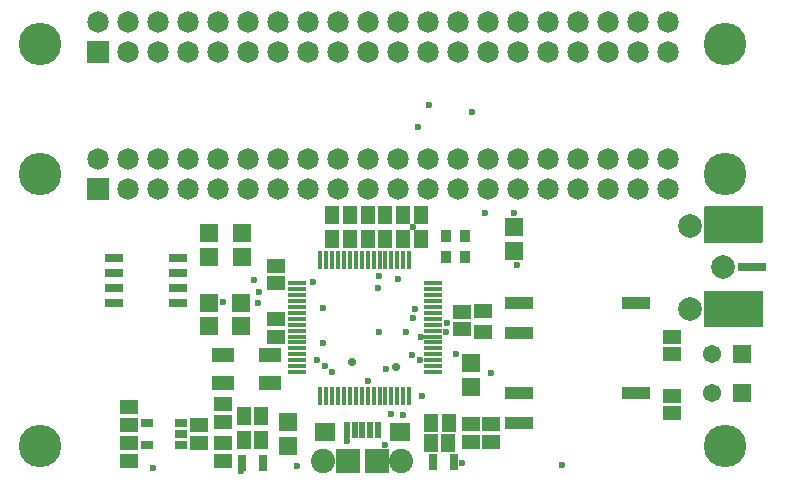
<source format=gts>
G04*
G04 #@! TF.GenerationSoftware,Altium Limited,Altium Designer,19.1.7 (138)*
G04*
G04 Layer_Color=8388736*
%FSLAX44Y44*%
%MOMM*%
G71*
G01*
G75*
%ADD34R,1.6000X0.4000*%
%ADD35R,0.4000X1.6000*%
%ADD36R,1.0000X0.7000*%
%ADD37R,1.6250X0.7500*%
%ADD38R,1.5000X1.2500*%
%ADD39R,2.3900X1.1000*%
%ADD40R,1.2000X1.5000*%
%ADD41R,0.7000X1.3500*%
%ADD42R,5.0000X3.1000*%
%ADD43R,2.4500X0.8000*%
%ADD44R,1.9000X1.3000*%
%ADD45R,1.6000X1.5000*%
%ADD46R,2.0000X2.0000*%
%ADD47R,1.7000X1.5000*%
%ADD48R,0.5000X1.4500*%
%ADD49R,0.9000X1.1000*%
%ADD50R,1.5000X1.2000*%
%ADD51C,0.6000*%
%ADD52C,1.8250*%
%ADD53R,1.8250X1.8250*%
%ADD54R,1.5460X1.5460*%
%ADD55C,1.5460*%
%ADD56C,2.0500*%
%ADD57C,2.0000*%
%ADD58C,3.6000*%
%ADD59C,0.7000*%
D34*
X252500Y97500D02*
D03*
Y102500D02*
D03*
Y107500D02*
D03*
Y112500D02*
D03*
Y117500D02*
D03*
Y122500D02*
D03*
Y127500D02*
D03*
Y132500D02*
D03*
Y137500D02*
D03*
Y142500D02*
D03*
Y147500D02*
D03*
Y152500D02*
D03*
Y157500D02*
D03*
Y162500D02*
D03*
Y167500D02*
D03*
Y172500D02*
D03*
X367500D02*
D03*
Y167500D02*
D03*
Y162500D02*
D03*
Y157500D02*
D03*
Y152500D02*
D03*
Y147500D02*
D03*
Y142500D02*
D03*
Y137500D02*
D03*
Y132500D02*
D03*
Y127500D02*
D03*
Y122500D02*
D03*
Y117500D02*
D03*
Y112500D02*
D03*
Y107500D02*
D03*
Y102500D02*
D03*
Y97500D02*
D03*
D35*
X272500Y192500D02*
D03*
X277500D02*
D03*
X282500D02*
D03*
X287500D02*
D03*
X292500D02*
D03*
X297500D02*
D03*
X302500D02*
D03*
X307500D02*
D03*
X312500D02*
D03*
X317500D02*
D03*
X322500D02*
D03*
X327500D02*
D03*
X332500D02*
D03*
X337500D02*
D03*
X342500D02*
D03*
X347500D02*
D03*
Y77500D02*
D03*
X342500D02*
D03*
X337500D02*
D03*
X332500D02*
D03*
X327500D02*
D03*
X322500D02*
D03*
X317500D02*
D03*
X312500D02*
D03*
X307500D02*
D03*
X302500D02*
D03*
X297500D02*
D03*
X292500D02*
D03*
X287500D02*
D03*
X282500D02*
D03*
X277500D02*
D03*
X272500D02*
D03*
D36*
X154000Y35500D02*
D03*
Y45000D02*
D03*
Y54500D02*
D03*
X126000D02*
D03*
Y35500D02*
D03*
D37*
X97880Y155950D02*
D03*
Y168650D02*
D03*
Y181350D02*
D03*
Y194050D02*
D03*
X152120D02*
D03*
Y181350D02*
D03*
Y168650D02*
D03*
Y155950D02*
D03*
D38*
X410000Y149250D02*
D03*
Y131250D02*
D03*
D39*
X440862Y155800D02*
D03*
Y130400D02*
D03*
Y79600D02*
D03*
Y54200D02*
D03*
X539962Y79600D02*
D03*
Y155800D02*
D03*
D40*
X357500Y230000D02*
D03*
X342500D02*
D03*
X380750Y37750D02*
D03*
X365750D02*
D03*
X207500Y40000D02*
D03*
X222500D02*
D03*
X381000Y54000D02*
D03*
X366000D02*
D03*
X207500Y60000D02*
D03*
X222500D02*
D03*
X282500Y230000D02*
D03*
X297500D02*
D03*
X282500Y210000D02*
D03*
X297500D02*
D03*
X327500Y230000D02*
D03*
X312500D02*
D03*
X357500Y210000D02*
D03*
X342500D02*
D03*
X312500Y210000D02*
D03*
X327500D02*
D03*
D41*
X206000Y20000D02*
D03*
X224000D02*
D03*
X385500Y21250D02*
D03*
X367500D02*
D03*
D42*
X621999Y150749D02*
D03*
Y222249D02*
D03*
X622250Y222500D02*
D03*
Y151000D02*
D03*
D43*
X637500Y186500D02*
D03*
D44*
X190000Y88000D02*
D03*
X230000D02*
D03*
Y112000D02*
D03*
X190000D02*
D03*
D45*
X436000Y200250D02*
D03*
Y220250D02*
D03*
X400000Y105000D02*
D03*
Y85000D02*
D03*
X245000Y55000D02*
D03*
Y35000D02*
D03*
X178000Y136000D02*
D03*
Y156000D02*
D03*
X205500Y156250D02*
D03*
Y136250D02*
D03*
X178250Y194750D02*
D03*
Y214750D02*
D03*
X206000Y194750D02*
D03*
Y214750D02*
D03*
D46*
X320000Y21800D02*
D03*
X296000D02*
D03*
D47*
X340000Y46300D02*
D03*
X276000D02*
D03*
D48*
X321000Y48550D02*
D03*
X314500D02*
D03*
X308000D02*
D03*
X301500D02*
D03*
X295000D02*
D03*
D49*
X394750Y194500D02*
D03*
X378750D02*
D03*
Y212250D02*
D03*
X394750D02*
D03*
D50*
X190000Y37500D02*
D03*
Y22500D02*
D03*
X170000Y52500D02*
D03*
Y37500D02*
D03*
X110000Y67500D02*
D03*
Y52500D02*
D03*
X110000Y22500D02*
D03*
Y37500D02*
D03*
X235000Y187500D02*
D03*
Y172500D02*
D03*
X570000Y62500D02*
D03*
Y77500D02*
D03*
X399976Y38250D02*
D03*
Y53250D02*
D03*
X392000Y148500D02*
D03*
Y133500D02*
D03*
X570000Y112500D02*
D03*
Y127500D02*
D03*
X417024Y38250D02*
D03*
Y53250D02*
D03*
X189750Y55000D02*
D03*
Y70000D02*
D03*
X235000Y142500D02*
D03*
Y127500D02*
D03*
D51*
X332500Y61750D02*
D03*
X342500Y61000D02*
D03*
X327250Y35750D02*
D03*
X356750Y107250D02*
D03*
X350250Y112000D02*
D03*
X351250Y220500D02*
D03*
X436000Y232250D02*
D03*
X411750Y231750D02*
D03*
X355500Y305250D02*
D03*
X438500Y188250D02*
D03*
X401115Y317635D02*
D03*
X357767Y127506D02*
D03*
X321750Y131250D02*
D03*
X378503Y131210D02*
D03*
X364500Y323250D02*
D03*
X387500Y112500D02*
D03*
X380000Y138750D02*
D03*
X294750Y39000D02*
D03*
X253000Y17750D02*
D03*
X321250Y169000D02*
D03*
X321750Y178750D02*
D03*
X337750Y176250D02*
D03*
X216000Y175000D02*
D03*
X220500Y165250D02*
D03*
X312500Y89500D02*
D03*
X392250Y20500D02*
D03*
X275000Y151250D02*
D03*
X274500Y122250D02*
D03*
X269750Y108000D02*
D03*
X276500Y102500D02*
D03*
X327750Y100250D02*
D03*
X282500Y97250D02*
D03*
X266500Y173250D02*
D03*
X220000Y156000D02*
D03*
X352267Y151007D02*
D03*
X351000Y143250D02*
D03*
X345250Y131250D02*
D03*
X205000Y13750D02*
D03*
X130500Y16250D02*
D03*
X476750Y18800D02*
D03*
X417000Y96750D02*
D03*
X358750Y77500D02*
D03*
X190000Y156750D02*
D03*
D52*
X566750Y393700D02*
D03*
Y368300D02*
D03*
X541350Y393700D02*
D03*
Y368300D02*
D03*
X515950Y393700D02*
D03*
Y368300D02*
D03*
X490550Y393700D02*
D03*
Y368300D02*
D03*
X465150Y393700D02*
D03*
Y368300D02*
D03*
X439750Y393700D02*
D03*
Y368300D02*
D03*
X414350Y393700D02*
D03*
Y368300D02*
D03*
X388950Y393700D02*
D03*
Y368300D02*
D03*
X363550Y393700D02*
D03*
Y368300D02*
D03*
X338150Y393700D02*
D03*
Y368300D02*
D03*
X312750Y393700D02*
D03*
Y368300D02*
D03*
X287350Y393700D02*
D03*
Y368300D02*
D03*
X261950Y393700D02*
D03*
Y368300D02*
D03*
X236550Y393700D02*
D03*
Y368300D02*
D03*
X211150Y393700D02*
D03*
Y368300D02*
D03*
X185750Y393700D02*
D03*
Y368300D02*
D03*
X160350Y393700D02*
D03*
Y368300D02*
D03*
X134950Y393700D02*
D03*
Y368300D02*
D03*
X109550Y393700D02*
D03*
Y368300D02*
D03*
X84150Y393700D02*
D03*
Y277650D02*
D03*
X109550Y252250D02*
D03*
Y277650D02*
D03*
X134950Y252250D02*
D03*
Y277650D02*
D03*
X160350Y252250D02*
D03*
Y277650D02*
D03*
X185750Y252250D02*
D03*
Y277650D02*
D03*
X211150Y252250D02*
D03*
Y277650D02*
D03*
X236550Y252250D02*
D03*
Y277650D02*
D03*
X261950Y252250D02*
D03*
Y277650D02*
D03*
X287350Y252250D02*
D03*
Y277650D02*
D03*
X312750Y252250D02*
D03*
Y277650D02*
D03*
X338150Y252250D02*
D03*
Y277650D02*
D03*
X363550Y252250D02*
D03*
Y277650D02*
D03*
X388950Y252250D02*
D03*
Y277650D02*
D03*
X414350Y252250D02*
D03*
Y277650D02*
D03*
X439750Y252250D02*
D03*
Y277650D02*
D03*
X465150Y252250D02*
D03*
Y277650D02*
D03*
X490550Y252250D02*
D03*
Y277650D02*
D03*
X515950Y252250D02*
D03*
Y277650D02*
D03*
X541350Y252250D02*
D03*
Y277650D02*
D03*
X566750Y252250D02*
D03*
Y277650D02*
D03*
D53*
X84150Y368300D02*
D03*
Y252250D02*
D03*
D54*
X629000Y113000D02*
D03*
Y79500D02*
D03*
D55*
X603600Y113000D02*
D03*
Y79500D02*
D03*
D56*
X341000Y21800D02*
D03*
X275000D02*
D03*
D57*
X585000Y151000D02*
D03*
X613000Y186250D02*
D03*
X585500Y221250D02*
D03*
D58*
X615000Y265000D02*
D03*
X35000D02*
D03*
X615000Y375000D02*
D03*
Y35000D02*
D03*
X35000Y375000D02*
D03*
Y35000D02*
D03*
D59*
X336500Y101500D02*
D03*
X299250Y106000D02*
D03*
M02*

</source>
